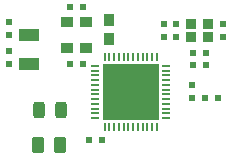
<source format=gbr>
%TF.GenerationSoftware,KiCad,Pcbnew,7.0.7*%
%TF.CreationDate,2023-11-20T17:20:15+01:00*%
%TF.ProjectId,nRF52832_qfaa_dcdc,6e524635-3238-4333-925f-716661615f64,rev?*%
%TF.SameCoordinates,Original*%
%TF.FileFunction,Paste,Top*%
%TF.FilePolarity,Positive*%
%FSLAX46Y46*%
G04 Gerber Fmt 4.6, Leading zero omitted, Abs format (unit mm)*
G04 Created by KiCad (PCBNEW 7.0.7) date 2023-11-20 17:20:15*
%MOMM*%
%LPD*%
G01*
G04 APERTURE LIST*
G04 Aperture macros list*
%AMRoundRect*
0 Rectangle with rounded corners*
0 $1 Rounding radius*
0 $2 $3 $4 $5 $6 $7 $8 $9 X,Y pos of 4 corners*
0 Add a 4 corners polygon primitive as box body*
4,1,4,$2,$3,$4,$5,$6,$7,$8,$9,$2,$3,0*
0 Add four circle primitives for the rounded corners*
1,1,$1+$1,$2,$3*
1,1,$1+$1,$4,$5*
1,1,$1+$1,$6,$7*
1,1,$1+$1,$8,$9*
0 Add four rect primitives between the rounded corners*
20,1,$1+$1,$2,$3,$4,$5,0*
20,1,$1+$1,$4,$5,$6,$7,0*
20,1,$1+$1,$6,$7,$8,$9,0*
20,1,$1+$1,$8,$9,$2,$3,0*%
G04 Aperture macros list end*
%ADD10RoundRect,0.250000X-0.262500X-0.450000X0.262500X-0.450000X0.262500X0.450000X-0.262500X0.450000X0*%
%ADD11RoundRect,0.243750X-0.243750X-0.456250X0.243750X-0.456250X0.243750X0.456250X-0.243750X0.456250X0*%
%ADD12R,4.700000X4.700000*%
%ADD13RoundRect,0.030000X-0.070000X0.295000X-0.070000X-0.295000X0.070000X-0.295000X0.070000X0.295000X0*%
%ADD14RoundRect,0.030000X0.295000X0.070000X-0.295000X0.070000X-0.295000X-0.070000X0.295000X-0.070000X0*%
%ADD15RoundRect,0.030000X0.070000X-0.295000X0.070000X0.295000X-0.070000X0.295000X-0.070000X-0.295000X0*%
%ADD16RoundRect,0.030000X-0.295000X-0.070000X0.295000X-0.070000X0.295000X0.070000X-0.295000X0.070000X0*%
%ADD17R,0.950000X0.850000*%
%ADD18R,0.600000X0.600000*%
%ADD19R,1.050000X0.900000*%
%ADD20R,0.900000X1.050000*%
%ADD21R,1.800000X1.000000*%
G04 APERTURE END LIST*
D10*
%TO.C,R1*%
X141685000Y-110490000D03*
X143510000Y-110490000D03*
%TD*%
D11*
%TO.C,D1*%
X141700000Y-107495000D03*
X143575000Y-107495000D03*
%TD*%
D12*
%TO.C,U1*%
X149501100Y-106003600D03*
D13*
X147301100Y-103003600D03*
X147701100Y-103003600D03*
X148101100Y-103003600D03*
X148501100Y-103003600D03*
X148901100Y-103003600D03*
X149301100Y-103003600D03*
X149701100Y-103003600D03*
X150101100Y-103003600D03*
X150501100Y-103003600D03*
X150901100Y-103003600D03*
X151301100Y-103003600D03*
X151701100Y-103003600D03*
D14*
X152501100Y-103803600D03*
X152501100Y-104203600D03*
X152501100Y-104603600D03*
X152501100Y-105003600D03*
X152501100Y-105403600D03*
X152501100Y-105803600D03*
X152501100Y-106203600D03*
X152501100Y-106603600D03*
X152501100Y-107003600D03*
X152501100Y-107403600D03*
X152501100Y-107803600D03*
X152501100Y-108203600D03*
D15*
X151701100Y-109003600D03*
X151301100Y-109003600D03*
X150901100Y-109003600D03*
X150501100Y-109003600D03*
X150101100Y-109003600D03*
X149701100Y-109003600D03*
X149301100Y-109003600D03*
X148901100Y-109003600D03*
X148501100Y-109003600D03*
X148101100Y-109003600D03*
X147701100Y-109003600D03*
X147301100Y-109003600D03*
D16*
X146501100Y-108203600D03*
X146501100Y-107803600D03*
X146501100Y-107403600D03*
X146501100Y-107003600D03*
X146501100Y-106603600D03*
X146501100Y-106203600D03*
X146501100Y-105803600D03*
X146501100Y-105403600D03*
X146501100Y-105003600D03*
X146501100Y-104603600D03*
X146501100Y-104203600D03*
X146501100Y-103803600D03*
%TD*%
D17*
%TO.C,X1*%
X156026100Y-101378600D03*
X154576100Y-101378600D03*
X154576100Y-100228600D03*
X156026100Y-100228600D03*
%TD*%
D18*
%TO.C,L1*%
X156851100Y-106553600D03*
X155751100Y-106553600D03*
%TD*%
%TO.C,C2*%
X153301100Y-100253600D03*
X153301100Y-101353600D03*
%TD*%
%TO.C,C1*%
X157301100Y-101353600D03*
X157301100Y-100253600D03*
%TD*%
%TO.C,C3*%
X154701100Y-105453600D03*
X154701100Y-106553600D03*
%TD*%
%TO.C,C4*%
X144351100Y-103603600D03*
X145451100Y-103603600D03*
%TD*%
%TO.C,C5*%
X146001100Y-110103600D03*
X147101100Y-110103600D03*
%TD*%
%TO.C,C8*%
X152301100Y-100253600D03*
X152301100Y-101353600D03*
%TD*%
%TO.C,C6*%
X155851100Y-103703600D03*
X154751100Y-103703600D03*
%TD*%
%TO.C,C7*%
X155851100Y-102703600D03*
X154751100Y-102703600D03*
%TD*%
D19*
%TO.C,C9*%
X144101100Y-102303600D03*
X145701100Y-102303600D03*
%TD*%
D20*
%TO.C,C10*%
X147701100Y-99903600D03*
X147701100Y-101503600D03*
%TD*%
D21*
%TO.C,X2*%
X140901100Y-103653600D03*
X140901100Y-101153600D03*
%TD*%
D18*
%TO.C,C11*%
X139201100Y-101153600D03*
X139201100Y-100053600D03*
%TD*%
%TO.C,C12*%
X139201100Y-103653600D03*
X139201100Y-102553600D03*
%TD*%
%TO.C,L3*%
X145451100Y-98803600D03*
X144351100Y-98803600D03*
%TD*%
D19*
%TO.C,L2*%
X144101100Y-100103600D03*
X145701100Y-100103600D03*
%TD*%
M02*

</source>
